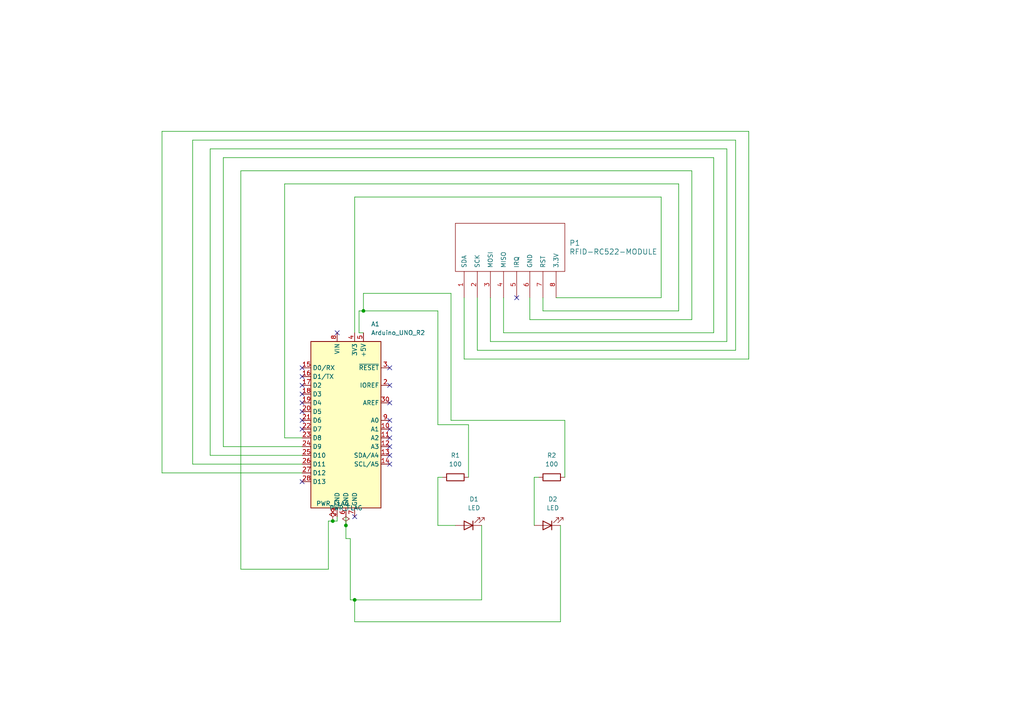
<source format=kicad_sch>
(kicad_sch (version 20230121) (generator eeschema)

  (uuid 7401ac93-d6c5-49b9-a265-070f0e9ef04e)

  (paper "A4")

  (lib_symbols
    (symbol "Device:LED" (pin_numbers hide) (pin_names (offset 1.016) hide) (in_bom yes) (on_board yes)
      (property "Reference" "D" (at 0 2.54 0)
        (effects (font (size 1.27 1.27)))
      )
      (property "Value" "LED" (at 0 -2.54 0)
        (effects (font (size 1.27 1.27)))
      )
      (property "Footprint" "" (at 0 0 0)
        (effects (font (size 1.27 1.27)) hide)
      )
      (property "Datasheet" "~" (at 0 0 0)
        (effects (font (size 1.27 1.27)) hide)
      )
      (property "ki_keywords" "LED diode" (at 0 0 0)
        (effects (font (size 1.27 1.27)) hide)
      )
      (property "ki_description" "Light emitting diode" (at 0 0 0)
        (effects (font (size 1.27 1.27)) hide)
      )
      (property "ki_fp_filters" "LED* LED_SMD:* LED_THT:*" (at 0 0 0)
        (effects (font (size 1.27 1.27)) hide)
      )
      (symbol "LED_0_1"
        (polyline
          (pts
            (xy -1.27 -1.27)
            (xy -1.27 1.27)
          )
          (stroke (width 0.254) (type default))
          (fill (type none))
        )
        (polyline
          (pts
            (xy -1.27 0)
            (xy 1.27 0)
          )
          (stroke (width 0) (type default))
          (fill (type none))
        )
        (polyline
          (pts
            (xy 1.27 -1.27)
            (xy 1.27 1.27)
            (xy -1.27 0)
            (xy 1.27 -1.27)
          )
          (stroke (width 0.254) (type default))
          (fill (type none))
        )
        (polyline
          (pts
            (xy -3.048 -0.762)
            (xy -4.572 -2.286)
            (xy -3.81 -2.286)
            (xy -4.572 -2.286)
            (xy -4.572 -1.524)
          )
          (stroke (width 0) (type default))
          (fill (type none))
        )
        (polyline
          (pts
            (xy -1.778 -0.762)
            (xy -3.302 -2.286)
            (xy -2.54 -2.286)
            (xy -3.302 -2.286)
            (xy -3.302 -1.524)
          )
          (stroke (width 0) (type default))
          (fill (type none))
        )
      )
      (symbol "LED_1_1"
        (pin passive line (at -3.81 0 0) (length 2.54)
          (name "K" (effects (font (size 1.27 1.27))))
          (number "1" (effects (font (size 1.27 1.27))))
        )
        (pin passive line (at 3.81 0 180) (length 2.54)
          (name "A" (effects (font (size 1.27 1.27))))
          (number "2" (effects (font (size 1.27 1.27))))
        )
      )
    )
    (symbol "Device:R" (pin_numbers hide) (pin_names (offset 0)) (in_bom yes) (on_board yes)
      (property "Reference" "R" (at 2.032 0 90)
        (effects (font (size 1.27 1.27)))
      )
      (property "Value" "R" (at 0 0 90)
        (effects (font (size 1.27 1.27)))
      )
      (property "Footprint" "" (at -1.778 0 90)
        (effects (font (size 1.27 1.27)) hide)
      )
      (property "Datasheet" "~" (at 0 0 0)
        (effects (font (size 1.27 1.27)) hide)
      )
      (property "ki_keywords" "R res resistor" (at 0 0 0)
        (effects (font (size 1.27 1.27)) hide)
      )
      (property "ki_description" "Resistor" (at 0 0 0)
        (effects (font (size 1.27 1.27)) hide)
      )
      (property "ki_fp_filters" "R_*" (at 0 0 0)
        (effects (font (size 1.27 1.27)) hide)
      )
      (symbol "R_0_1"
        (rectangle (start -1.016 -2.54) (end 1.016 2.54)
          (stroke (width 0.254) (type default))
          (fill (type none))
        )
      )
      (symbol "R_1_1"
        (pin passive line (at 0 3.81 270) (length 1.27)
          (name "~" (effects (font (size 1.27 1.27))))
          (number "1" (effects (font (size 1.27 1.27))))
        )
        (pin passive line (at 0 -3.81 90) (length 1.27)
          (name "~" (effects (font (size 1.27 1.27))))
          (number "2" (effects (font (size 1.27 1.27))))
        )
      )
    )
    (symbol "MCU_Module:Arduino_UNO_R2" (in_bom yes) (on_board yes)
      (property "Reference" "A" (at -10.16 23.495 0)
        (effects (font (size 1.27 1.27)) (justify left bottom))
      )
      (property "Value" "Arduino_UNO_R2" (at 5.08 -26.67 0)
        (effects (font (size 1.27 1.27)) (justify left top))
      )
      (property "Footprint" "Module:Arduino_UNO_R2" (at 0 0 0)
        (effects (font (size 1.27 1.27) italic) hide)
      )
      (property "Datasheet" "https://www.arduino.cc/en/Main/arduinoBoardUno" (at 0 0 0)
        (effects (font (size 1.27 1.27)) hide)
      )
      (property "ki_keywords" "Arduino UNO R3 Microcontroller Module Atmel AVR USB" (at 0 0 0)
        (effects (font (size 1.27 1.27)) hide)
      )
      (property "ki_description" "Arduino UNO Microcontroller Module, release 2" (at 0 0 0)
        (effects (font (size 1.27 1.27)) hide)
      )
      (property "ki_fp_filters" "Arduino*UNO*R2*" (at 0 0 0)
        (effects (font (size 1.27 1.27)) hide)
      )
      (symbol "Arduino_UNO_R2_0_1"
        (rectangle (start -10.16 22.86) (end 10.16 -25.4)
          (stroke (width 0.254) (type default))
          (fill (type background))
        )
      )
      (symbol "Arduino_UNO_R2_1_1"
        (pin no_connect line (at -10.16 -20.32 0) (length 2.54) hide
          (name "NC" (effects (font (size 1.27 1.27))))
          (number "1" (effects (font (size 1.27 1.27))))
        )
        (pin bidirectional line (at 12.7 -2.54 180) (length 2.54)
          (name "A1" (effects (font (size 1.27 1.27))))
          (number "10" (effects (font (size 1.27 1.27))))
        )
        (pin bidirectional line (at 12.7 -5.08 180) (length 2.54)
          (name "A2" (effects (font (size 1.27 1.27))))
          (number "11" (effects (font (size 1.27 1.27))))
        )
        (pin bidirectional line (at 12.7 -7.62 180) (length 2.54)
          (name "A3" (effects (font (size 1.27 1.27))))
          (number "12" (effects (font (size 1.27 1.27))))
        )
        (pin bidirectional line (at 12.7 -10.16 180) (length 2.54)
          (name "SDA/A4" (effects (font (size 1.27 1.27))))
          (number "13" (effects (font (size 1.27 1.27))))
        )
        (pin bidirectional line (at 12.7 -12.7 180) (length 2.54)
          (name "SCL/A5" (effects (font (size 1.27 1.27))))
          (number "14" (effects (font (size 1.27 1.27))))
        )
        (pin bidirectional line (at -12.7 15.24 0) (length 2.54)
          (name "D0/RX" (effects (font (size 1.27 1.27))))
          (number "15" (effects (font (size 1.27 1.27))))
        )
        (pin bidirectional line (at -12.7 12.7 0) (length 2.54)
          (name "D1/TX" (effects (font (size 1.27 1.27))))
          (number "16" (effects (font (size 1.27 1.27))))
        )
        (pin bidirectional line (at -12.7 10.16 0) (length 2.54)
          (name "D2" (effects (font (size 1.27 1.27))))
          (number "17" (effects (font (size 1.27 1.27))))
        )
        (pin bidirectional line (at -12.7 7.62 0) (length 2.54)
          (name "D3" (effects (font (size 1.27 1.27))))
          (number "18" (effects (font (size 1.27 1.27))))
        )
        (pin bidirectional line (at -12.7 5.08 0) (length 2.54)
          (name "D4" (effects (font (size 1.27 1.27))))
          (number "19" (effects (font (size 1.27 1.27))))
        )
        (pin output line (at 12.7 10.16 180) (length 2.54)
          (name "IOREF" (effects (font (size 1.27 1.27))))
          (number "2" (effects (font (size 1.27 1.27))))
        )
        (pin bidirectional line (at -12.7 2.54 0) (length 2.54)
          (name "D5" (effects (font (size 1.27 1.27))))
          (number "20" (effects (font (size 1.27 1.27))))
        )
        (pin bidirectional line (at -12.7 0 0) (length 2.54)
          (name "D6" (effects (font (size 1.27 1.27))))
          (number "21" (effects (font (size 1.27 1.27))))
        )
        (pin bidirectional line (at -12.7 -2.54 0) (length 2.54)
          (name "D7" (effects (font (size 1.27 1.27))))
          (number "22" (effects (font (size 1.27 1.27))))
        )
        (pin bidirectional line (at -12.7 -5.08 0) (length 2.54)
          (name "D8" (effects (font (size 1.27 1.27))))
          (number "23" (effects (font (size 1.27 1.27))))
        )
        (pin bidirectional line (at -12.7 -7.62 0) (length 2.54)
          (name "D9" (effects (font (size 1.27 1.27))))
          (number "24" (effects (font (size 1.27 1.27))))
        )
        (pin bidirectional line (at -12.7 -10.16 0) (length 2.54)
          (name "D10" (effects (font (size 1.27 1.27))))
          (number "25" (effects (font (size 1.27 1.27))))
        )
        (pin bidirectional line (at -12.7 -12.7 0) (length 2.54)
          (name "D11" (effects (font (size 1.27 1.27))))
          (number "26" (effects (font (size 1.27 1.27))))
        )
        (pin bidirectional line (at -12.7 -15.24 0) (length 2.54)
          (name "D12" (effects (font (size 1.27 1.27))))
          (number "27" (effects (font (size 1.27 1.27))))
        )
        (pin bidirectional line (at -12.7 -17.78 0) (length 2.54)
          (name "D13" (effects (font (size 1.27 1.27))))
          (number "28" (effects (font (size 1.27 1.27))))
        )
        (pin power_in line (at -2.54 -27.94 90) (length 2.54)
          (name "GND" (effects (font (size 1.27 1.27))))
          (number "29" (effects (font (size 1.27 1.27))))
        )
        (pin input line (at 12.7 15.24 180) (length 2.54)
          (name "~{RESET}" (effects (font (size 1.27 1.27))))
          (number "3" (effects (font (size 1.27 1.27))))
        )
        (pin input line (at 12.7 5.08 180) (length 2.54)
          (name "AREF" (effects (font (size 1.27 1.27))))
          (number "30" (effects (font (size 1.27 1.27))))
        )
        (pin power_out line (at 2.54 25.4 270) (length 2.54)
          (name "3V3" (effects (font (size 1.27 1.27))))
          (number "4" (effects (font (size 1.27 1.27))))
        )
        (pin power_out line (at 5.08 25.4 270) (length 2.54)
          (name "+5V" (effects (font (size 1.27 1.27))))
          (number "5" (effects (font (size 1.27 1.27))))
        )
        (pin power_in line (at 0 -27.94 90) (length 2.54)
          (name "GND" (effects (font (size 1.27 1.27))))
          (number "6" (effects (font (size 1.27 1.27))))
        )
        (pin power_in line (at 2.54 -27.94 90) (length 2.54)
          (name "GND" (effects (font (size 1.27 1.27))))
          (number "7" (effects (font (size 1.27 1.27))))
        )
        (pin power_in line (at -2.54 25.4 270) (length 2.54)
          (name "VIN" (effects (font (size 1.27 1.27))))
          (number "8" (effects (font (size 1.27 1.27))))
        )
        (pin bidirectional line (at 12.7 0 180) (length 2.54)
          (name "A0" (effects (font (size 1.27 1.27))))
          (number "9" (effects (font (size 1.27 1.27))))
        )
      )
    )
    (symbol "power:PWR_FLAG" (power) (pin_numbers hide) (pin_names (offset 0) hide) (in_bom yes) (on_board yes)
      (property "Reference" "#FLG" (at 0 1.905 0)
        (effects (font (size 1.27 1.27)) hide)
      )
      (property "Value" "PWR_FLAG" (at 0 3.81 0)
        (effects (font (size 1.27 1.27)))
      )
      (property "Footprint" "" (at 0 0 0)
        (effects (font (size 1.27 1.27)) hide)
      )
      (property "Datasheet" "~" (at 0 0 0)
        (effects (font (size 1.27 1.27)) hide)
      )
      (property "ki_keywords" "flag power" (at 0 0 0)
        (effects (font (size 1.27 1.27)) hide)
      )
      (property "ki_description" "Special symbol for telling ERC where power comes from" (at 0 0 0)
        (effects (font (size 1.27 1.27)) hide)
      )
      (symbol "PWR_FLAG_0_0"
        (pin power_out line (at 0 0 90) (length 0)
          (name "pwr" (effects (font (size 1.27 1.27))))
          (number "1" (effects (font (size 1.27 1.27))))
        )
      )
      (symbol "PWR_FLAG_0_1"
        (polyline
          (pts
            (xy 0 0)
            (xy 0 1.27)
            (xy -1.016 1.905)
            (xy 0 2.54)
            (xy 1.016 1.905)
            (xy 0 1.27)
          )
          (stroke (width 0) (type default))
          (fill (type none))
        )
      )
    )
    (symbol "rfid-rc522-module:RFID-RC522-MODULE" (pin_names (offset 1.016)) (in_bom yes) (on_board yes)
      (property "Reference" "P" (at 0 1.27 0)
        (effects (font (size 1.524 1.524)))
      )
      (property "Value" "RFID-RC522-MODULE" (at -1.27 3.81 0)
        (effects (font (size 1.524 1.524)))
      )
      (property "Footprint" "" (at 0 0 0)
        (effects (font (size 1.524 1.524)))
      )
      (property "Datasheet" "" (at 0 0 0)
        (effects (font (size 1.524 1.524)))
      )
      (symbol "RFID-RC522-MODULE_0_1"
        (rectangle (start -16.51 7.62) (end 15.24 -6.35)
          (stroke (width 0) (type solid))
          (fill (type none))
        )
      )
      (symbol "RFID-RC522-MODULE_1_1"
        (pin input line (at -13.97 -13.97 90) (length 7.62)
          (name "SDA" (effects (font (size 1.27 1.27))))
          (number "1" (effects (font (size 1.27 1.27))))
        )
        (pin input line (at -10.16 -13.97 90) (length 7.62)
          (name "SCK" (effects (font (size 1.27 1.27))))
          (number "2" (effects (font (size 1.27 1.27))))
        )
        (pin input line (at -6.35 -13.97 90) (length 7.62)
          (name "MOSI" (effects (font (size 1.27 1.27))))
          (number "3" (effects (font (size 1.27 1.27))))
        )
        (pin input line (at -2.54 -13.97 90) (length 7.62)
          (name "MISO" (effects (font (size 1.27 1.27))))
          (number "4" (effects (font (size 1.27 1.27))))
        )
        (pin input line (at 1.27 -13.97 90) (length 7.62)
          (name "IRQ" (effects (font (size 1.27 1.27))))
          (number "5" (effects (font (size 1.27 1.27))))
        )
        (pin input line (at 5.08 -13.97 90) (length 7.62)
          (name "GND" (effects (font (size 1.27 1.27))))
          (number "6" (effects (font (size 1.27 1.27))))
        )
        (pin input line (at 8.89 -13.97 90) (length 7.62)
          (name "RST" (effects (font (size 1.27 1.27))))
          (number "7" (effects (font (size 1.27 1.27))))
        )
        (pin input line (at 12.7 -13.97 90) (length 7.62)
          (name "3.3V" (effects (font (size 1.27 1.27))))
          (number "8" (effects (font (size 1.27 1.27))))
        )
      )
    )
  )

  (junction (at 102.87 173.99) (diameter 0) (color 0 0 0 0)
    (uuid 0fc70803-8f3f-453c-87ba-b0838d0d7c00)
  )
  (junction (at 105.41 90.17) (diameter 0) (color 0 0 0 0)
    (uuid 7820c61c-1a1e-422b-8fbe-803706a2e993)
  )
  (junction (at 96.52 151.13) (diameter 0) (color 0 0 0 0)
    (uuid aa14f71d-4ac5-4c30-b5b3-8d48fcf7994a)
  )
  (junction (at 100.33 152.4) (diameter 0) (color 0 0 0 0)
    (uuid e21ab1a4-c3ef-4399-94af-5f2b2e684c7b)
  )

  (no_connect (at 113.03 106.68) (uuid 211aab16-9699-4959-b214-707073e7b294))
  (no_connect (at 113.03 116.84) (uuid 2ca66a59-b9c0-41e2-8961-215c918858ec))
  (no_connect (at 113.03 134.62) (uuid 2df402ad-098c-4f62-bee5-9a136c6c648e))
  (no_connect (at 87.63 114.3) (uuid 484aa209-bc2e-46ff-9db8-4d9a444dc779))
  (no_connect (at 113.03 132.08) (uuid 57014273-fba0-4d4b-bedc-254921102193))
  (no_connect (at 113.03 111.76) (uuid 5e373a13-4ab0-4fd9-997e-dbb695e77a2c))
  (no_connect (at 113.03 129.54) (uuid 7072a99f-94e2-4105-a9be-9ae174d2955e))
  (no_connect (at 87.63 109.22) (uuid 75df106b-dc9b-4e6b-a269-f0527ce61d5f))
  (no_connect (at 87.63 124.46) (uuid 7e21bfc5-b546-4dc4-8cf2-cdca29a824b5))
  (no_connect (at 87.63 106.68) (uuid 7e565615-c609-4ce9-a485-3541e42f3968))
  (no_connect (at 149.86 86.36) (uuid 83ba8b35-6624-4380-82c8-7e61b09eb610))
  (no_connect (at 87.63 139.7) (uuid a7a930a2-4150-453b-b916-89e7a850847c))
  (no_connect (at 87.63 111.76) (uuid a7b1e476-19af-408c-abd3-9cd3d461ae7e))
  (no_connect (at 87.63 121.92) (uuid ad834844-b516-4342-8ef2-24df00783b78))
  (no_connect (at 113.03 124.46) (uuid b58d2349-c5ed-4a0b-9179-76998c9512d8))
  (no_connect (at 87.63 119.38) (uuid b7800e15-0664-4aa0-8370-a54d6312011b))
  (no_connect (at 113.03 121.92) (uuid ba01408f-45cc-4e13-93d8-c51f2b05bda9))
  (no_connect (at 87.63 116.84) (uuid c7c9462b-5e12-4e9d-a669-c230ada1eb6c))
  (no_connect (at 97.79 96.52) (uuid c84d6b88-6536-498e-8189-8f52c1a13e17))
  (no_connect (at 113.03 127) (uuid e790a700-ea2c-4c56-8604-a11f42102ba6))
  (no_connect (at 102.87 149.86) (uuid fd924362-5aef-4d4d-86f3-228e00c2cf6d))

  (wire (pts (xy 213.36 101.6) (xy 213.36 40.64))
    (stroke (width 0) (type default))
    (uuid 00129452-d2a9-42c4-a576-c7b5cb144fa2)
  )
  (wire (pts (xy 134.62 86.36) (xy 134.62 104.14))
    (stroke (width 0) (type default))
    (uuid 00a3468c-e55f-4048-bc54-2288569414aa)
  )
  (wire (pts (xy 60.96 132.08) (xy 87.63 132.08))
    (stroke (width 0) (type default))
    (uuid 014f3a10-88d2-43e0-b16b-1249884d2847)
  )
  (wire (pts (xy 153.67 86.36) (xy 153.67 92.71))
    (stroke (width 0) (type default))
    (uuid 0b4f8cef-dc09-4621-9a9e-ada2b2a1ab0c)
  )
  (wire (pts (xy 127 138.43) (xy 128.27 138.43))
    (stroke (width 0) (type default))
    (uuid 11e3552e-a1d0-4300-934c-37371e9a0f72)
  )
  (wire (pts (xy 163.83 138.43) (xy 163.83 121.92))
    (stroke (width 0) (type default))
    (uuid 11ead8f3-5fac-4d80-bf23-2c9e66f7c7b3)
  )
  (wire (pts (xy 55.88 40.64) (xy 55.88 134.62))
    (stroke (width 0) (type default))
    (uuid 2009006e-34d7-4445-9776-84b91f5f3718)
  )
  (wire (pts (xy 207.01 96.52) (xy 207.01 45.72))
    (stroke (width 0) (type default))
    (uuid 205d52ce-4fbb-4e81-8f32-ca2306c74c41)
  )
  (wire (pts (xy 55.88 134.62) (xy 87.63 134.62))
    (stroke (width 0) (type default))
    (uuid 205e3c15-bfdd-492d-9799-970ac2800ad4)
  )
  (wire (pts (xy 46.99 137.16) (xy 87.63 137.16))
    (stroke (width 0) (type default))
    (uuid 2308c701-dd91-4e59-9dc8-bb3e1c17d182)
  )
  (wire (pts (xy 46.99 38.1) (xy 46.99 137.16))
    (stroke (width 0) (type default))
    (uuid 294fa556-3920-4d91-8eae-61575adb7c72)
  )
  (wire (pts (xy 130.81 121.92) (xy 130.81 85.09))
    (stroke (width 0) (type default))
    (uuid 2e589b11-df8d-476b-beef-b222f3950d13)
  )
  (wire (pts (xy 138.43 101.6) (xy 213.36 101.6))
    (stroke (width 0) (type default))
    (uuid 3a4b3b5f-0a3e-451a-aa82-3422ea9ebbe2)
  )
  (wire (pts (xy 142.24 86.36) (xy 142.24 99.06))
    (stroke (width 0) (type default))
    (uuid 3b4e95bd-5be9-474f-a2d8-f8b5a5b61117)
  )
  (wire (pts (xy 82.55 127) (xy 87.63 127))
    (stroke (width 0) (type default))
    (uuid 3e0a5a69-13ab-49ee-b306-1c1fdd747955)
  )
  (wire (pts (xy 191.77 57.15) (xy 102.87 57.15))
    (stroke (width 0) (type default))
    (uuid 431cc371-4b7c-425b-bd8a-c10ec4e7d8ad)
  )
  (wire (pts (xy 97.79 151.13) (xy 97.79 149.86))
    (stroke (width 0) (type default))
    (uuid 44fbb857-11e3-4304-be38-db1784c2c879)
  )
  (wire (pts (xy 102.87 57.15) (xy 102.87 96.52))
    (stroke (width 0) (type default))
    (uuid 458d397a-7976-4173-b0b5-0605b5662fe7)
  )
  (wire (pts (xy 139.7 173.99) (xy 102.87 173.99))
    (stroke (width 0) (type default))
    (uuid 49fe6d3b-11dd-4271-9d3e-73b652139c9b)
  )
  (wire (pts (xy 127 152.4) (xy 127 138.43))
    (stroke (width 0) (type default))
    (uuid 4a47c9e5-0c4a-422d-aa6e-93950d2f6c39)
  )
  (wire (pts (xy 153.67 92.71) (xy 200.66 92.71))
    (stroke (width 0) (type default))
    (uuid 4f0d9661-4bb0-4e49-946f-6e8160b32477)
  )
  (wire (pts (xy 162.56 152.4) (xy 162.56 180.34))
    (stroke (width 0) (type default))
    (uuid 50fe55f9-0674-43db-8f31-ed64af881512)
  )
  (wire (pts (xy 69.85 49.53) (xy 69.85 165.1))
    (stroke (width 0) (type default))
    (uuid 5210f978-947f-4a9c-ae94-693228b87a00)
  )
  (wire (pts (xy 100.33 149.86) (xy 100.33 152.4))
    (stroke (width 0) (type default))
    (uuid 56288c68-2332-4e07-9413-ba3823074150)
  )
  (wire (pts (xy 142.24 99.06) (xy 210.82 99.06))
    (stroke (width 0) (type default))
    (uuid 5ed90d4e-880d-45fd-8e3d-6a3e5bcff2ae)
  )
  (wire (pts (xy 105.41 90.17) (xy 127 90.17))
    (stroke (width 0) (type default))
    (uuid 636ebc31-a947-4e39-9c39-4472dc8b0d43)
  )
  (wire (pts (xy 163.83 121.92) (xy 130.81 121.92))
    (stroke (width 0) (type default))
    (uuid 68b4dade-b5b3-47a2-86a1-02fe8d864523)
  )
  (wire (pts (xy 146.05 86.36) (xy 146.05 96.52))
    (stroke (width 0) (type default))
    (uuid 6c06e931-5ca8-41ac-bf2b-105706cbbbf5)
  )
  (wire (pts (xy 146.05 96.52) (xy 207.01 96.52))
    (stroke (width 0) (type default))
    (uuid 777ec5c2-df36-47a7-8aef-64005f5f26e9)
  )
  (wire (pts (xy 95.25 165.1) (xy 95.25 151.13))
    (stroke (width 0) (type default))
    (uuid 7bf7f9a4-4a8e-4195-8c82-bab4d0ab9e2d)
  )
  (wire (pts (xy 60.96 43.18) (xy 60.96 132.08))
    (stroke (width 0) (type default))
    (uuid 7d6ee3ae-d3e7-4cca-a701-f0573df22a97)
  )
  (wire (pts (xy 217.17 104.14) (xy 217.17 38.1))
    (stroke (width 0) (type default))
    (uuid 7daea5bc-ca06-41ed-8b32-11ead36f2fab)
  )
  (wire (pts (xy 200.66 49.53) (xy 69.85 49.53))
    (stroke (width 0) (type default))
    (uuid 7f14731a-4f01-4570-bd30-65a8db7036c5)
  )
  (wire (pts (xy 162.56 180.34) (xy 102.87 180.34))
    (stroke (width 0) (type default))
    (uuid 811f22f7-6163-4415-8768-86061b77176f)
  )
  (wire (pts (xy 210.82 99.06) (xy 210.82 43.18))
    (stroke (width 0) (type default))
    (uuid 81d0ec72-f66e-4cf2-9099-25bcca646584)
  )
  (wire (pts (xy 101.6 156.21) (xy 101.6 173.99))
    (stroke (width 0) (type default))
    (uuid 8d33b979-25e0-41c9-873f-48e6ee162bb9)
  )
  (wire (pts (xy 200.66 92.71) (xy 200.66 49.53))
    (stroke (width 0) (type default))
    (uuid 8ee06bd4-8ed5-4b4d-8ac4-2cf7281543a4)
  )
  (wire (pts (xy 100.33 152.4) (xy 100.33 156.21))
    (stroke (width 0) (type default))
    (uuid 93271933-e3ce-4289-977a-16d9104aa8e1)
  )
  (wire (pts (xy 138.43 86.36) (xy 138.43 101.6))
    (stroke (width 0) (type default))
    (uuid 9364ce5c-44eb-482f-ab97-cc08ea32e7fd)
  )
  (wire (pts (xy 105.41 85.09) (xy 105.41 90.17))
    (stroke (width 0) (type default))
    (uuid 97092cae-a89d-445f-b7c6-529929b5298f)
  )
  (wire (pts (xy 213.36 40.64) (xy 55.88 40.64))
    (stroke (width 0) (type default))
    (uuid 979a391d-9406-4539-a87a-2a93d1ca7c9a)
  )
  (wire (pts (xy 96.52 151.13) (xy 97.79 151.13))
    (stroke (width 0) (type default))
    (uuid 9ebce9c3-5f9c-442c-aa77-46f017ac780a)
  )
  (wire (pts (xy 130.81 85.09) (xy 105.41 85.09))
    (stroke (width 0) (type default))
    (uuid a311f9b5-c0a6-489a-8237-27691b89d6d7)
  )
  (wire (pts (xy 82.55 53.34) (xy 82.55 127))
    (stroke (width 0) (type default))
    (uuid a4e1bfb8-b059-4044-a27d-e5fed0c450f7)
  )
  (wire (pts (xy 210.82 43.18) (xy 60.96 43.18))
    (stroke (width 0) (type default))
    (uuid a9f83e0e-e086-47b9-a1ec-7fe822348806)
  )
  (wire (pts (xy 134.62 104.14) (xy 217.17 104.14))
    (stroke (width 0) (type default))
    (uuid acd7aa4b-07c4-44ea-a785-566e516b8517)
  )
  (wire (pts (xy 64.77 45.72) (xy 64.77 129.54))
    (stroke (width 0) (type default))
    (uuid ada2ddf6-9740-4536-ad4e-f0c888701fe0)
  )
  (wire (pts (xy 104.14 90.17) (xy 105.41 90.17))
    (stroke (width 0) (type default))
    (uuid b0939f99-7cbf-4451-af2b-ed529cae2654)
  )
  (wire (pts (xy 157.48 90.17) (xy 196.85 90.17))
    (stroke (width 0) (type default))
    (uuid b0d46a06-3217-43da-8322-47136e7a7f02)
  )
  (wire (pts (xy 154.94 138.43) (xy 156.21 138.43))
    (stroke (width 0) (type default))
    (uuid b1d3b2bb-e793-4259-93f6-09cbff5a82d3)
  )
  (wire (pts (xy 207.01 45.72) (xy 64.77 45.72))
    (stroke (width 0) (type default))
    (uuid b45840fb-8749-4e9c-8184-196a906187c8)
  )
  (wire (pts (xy 95.25 151.13) (xy 96.52 151.13))
    (stroke (width 0) (type default))
    (uuid b56d696e-6568-48b6-b90a-13a618560ad4)
  )
  (wire (pts (xy 102.87 180.34) (xy 102.87 173.99))
    (stroke (width 0) (type default))
    (uuid b6d2096f-b07c-4814-8008-8367b2d7b95a)
  )
  (wire (pts (xy 104.14 90.17) (xy 104.14 96.52))
    (stroke (width 0) (type default))
    (uuid b711df6a-66ab-4d29-9739-12904a881b07)
  )
  (wire (pts (xy 196.85 53.34) (xy 82.55 53.34))
    (stroke (width 0) (type default))
    (uuid bb26d76c-8ed3-4cec-aceb-80fbead72655)
  )
  (wire (pts (xy 104.14 96.52) (xy 105.41 96.52))
    (stroke (width 0) (type default))
    (uuid bb43d624-ca6e-4fe8-bb13-9c03ef3e49c6)
  )
  (wire (pts (xy 101.6 173.99) (xy 102.87 173.99))
    (stroke (width 0) (type default))
    (uuid bbd12b8c-e89d-4e19-a52b-c931b7ab00d9)
  )
  (wire (pts (xy 127 123.19) (xy 127 90.17))
    (stroke (width 0) (type default))
    (uuid bff2d3cd-4abd-4e40-887d-872c094d243b)
  )
  (wire (pts (xy 139.7 152.4) (xy 139.7 173.99))
    (stroke (width 0) (type default))
    (uuid c9097f7c-42c5-4b93-96fa-928ad371b4d5)
  )
  (wire (pts (xy 64.77 129.54) (xy 87.63 129.54))
    (stroke (width 0) (type default))
    (uuid cba803da-fb8b-4eb4-acd0-dcc9891ac8b8)
  )
  (wire (pts (xy 157.48 86.36) (xy 157.48 90.17))
    (stroke (width 0) (type default))
    (uuid d0e5812c-d385-4017-b719-bee234754110)
  )
  (wire (pts (xy 132.08 152.4) (xy 127 152.4))
    (stroke (width 0) (type default))
    (uuid e1c523f6-8062-452a-aaf1-4f68cefae2f8)
  )
  (wire (pts (xy 135.89 138.43) (xy 135.89 123.19))
    (stroke (width 0) (type default))
    (uuid e398432e-ddf5-48ba-9dda-8efa1b163c03)
  )
  (wire (pts (xy 191.77 86.36) (xy 191.77 57.15))
    (stroke (width 0) (type default))
    (uuid e62f8124-9bd2-4f35-9b99-198c39be615f)
  )
  (wire (pts (xy 196.85 90.17) (xy 196.85 53.34))
    (stroke (width 0) (type default))
    (uuid e8135f15-b781-468b-a75b-723d370fde23)
  )
  (wire (pts (xy 135.89 123.19) (xy 127 123.19))
    (stroke (width 0) (type default))
    (uuid ea3650da-4e1d-4447-a8f5-3beff4ab98d5)
  )
  (wire (pts (xy 69.85 165.1) (xy 95.25 165.1))
    (stroke (width 0) (type default))
    (uuid eb1617df-0aa7-4ce8-8c0e-0c22d28c01fe)
  )
  (wire (pts (xy 154.94 152.4) (xy 154.94 138.43))
    (stroke (width 0) (type default))
    (uuid efe1a9b4-d658-4fdf-b9e1-a30b9f4596fe)
  )
  (wire (pts (xy 161.29 86.36) (xy 191.77 86.36))
    (stroke (width 0) (type default))
    (uuid f3a9b605-c835-4c60-967a-87d6581497d8)
  )
  (wire (pts (xy 100.33 156.21) (xy 101.6 156.21))
    (stroke (width 0) (type default))
    (uuid f4607b16-0b06-481c-9514-00b2cd11b1a9)
  )
  (wire (pts (xy 217.17 38.1) (xy 46.99 38.1))
    (stroke (width 0) (type default))
    (uuid f92b9ce2-9545-4e77-bb91-3a08194cc295)
  )

  (symbol (lib_id "power:PWR_FLAG") (at 100.33 152.4 0) (unit 1)
    (in_bom yes) (on_board yes) (dnp no) (fields_autoplaced)
    (uuid 06f1b180-8217-4c83-98a5-9053d4a8b623)
    (property "Reference" "#FLG02" (at 100.33 150.495 0)
      (effects (font (size 1.27 1.27)) hide)
    )
    (property "Value" "PWR_FLAG" (at 100.33 147.32 0)
      (effects (font (size 1.27 1.27)))
    )
    (property "Footprint" "" (at 100.33 152.4 0)
      (effects (font (size 1.27 1.27)) hide)
    )
    (property "Datasheet" "~" (at 100.33 152.4 0)
      (effects (font (size 1.27 1.27)) hide)
    )
    (pin "1" (uuid ada5be30-1650-4c4d-95d2-df67660569fc))
    (instances
      (project "a new"
        (path "/7401ac93-d6c5-49b9-a265-070f0e9ef04e"
          (reference "#FLG02") (unit 1)
        )
      )
    )
  )

  (symbol (lib_id "Device:LED") (at 135.89 152.4 180) (unit 1)
    (in_bom yes) (on_board yes) (dnp no) (fields_autoplaced)
    (uuid 23bb756e-dedf-4d19-aa65-1457ab5ee791)
    (property "Reference" "D1" (at 137.4775 144.78 0)
      (effects (font (size 1.27 1.27)))
    )
    (property "Value" "LED" (at 137.4775 147.32 0)
      (effects (font (size 1.27 1.27)))
    )
    (property "Footprint" "LED_THT:LED_D5.0mm" (at 135.89 152.4 0)
      (effects (font (size 1.27 1.27)) hide)
    )
    (property "Datasheet" "~" (at 135.89 152.4 0)
      (effects (font (size 1.27 1.27)) hide)
    )
    (pin "1" (uuid 4bf697ad-e925-4746-ab3b-7211b68d9a62))
    (pin "2" (uuid 13f26526-c5f3-4405-ad2f-8de5e24fb5e8))
    (instances
      (project "a new"
        (path "/7401ac93-d6c5-49b9-a265-070f0e9ef04e"
          (reference "D1") (unit 1)
        )
      )
    )
  )

  (symbol (lib_id "Device:R") (at 160.02 138.43 90) (unit 1)
    (in_bom yes) (on_board yes) (dnp no) (fields_autoplaced)
    (uuid 4cbb8320-9984-40bf-b963-d2dec25c7dee)
    (property "Reference" "R2" (at 160.02 132.08 90)
      (effects (font (size 1.27 1.27)))
    )
    (property "Value" "100" (at 160.02 134.62 90)
      (effects (font (size 1.27 1.27)))
    )
    (property "Footprint" "Resistor_THT:R_Axial_DIN0207_L6.3mm_D2.5mm_P15.24mm_Horizontal" (at 160.02 140.208 90)
      (effects (font (size 1.27 1.27)) hide)
    )
    (property "Datasheet" "~" (at 160.02 138.43 0)
      (effects (font (size 1.27 1.27)) hide)
    )
    (pin "1" (uuid 51e61933-b82d-4566-af53-3a06c7cf0135))
    (pin "2" (uuid 8ddd4967-5942-4e6b-a1b0-70702ed36fda))
    (instances
      (project "a new"
        (path "/7401ac93-d6c5-49b9-a265-070f0e9ef04e"
          (reference "R2") (unit 1)
        )
      )
    )
  )

  (symbol (lib_id "rfid-rc522-module:RFID-RC522-MODULE") (at 148.59 72.39 0) (unit 1)
    (in_bom yes) (on_board yes) (dnp no) (fields_autoplaced)
    (uuid 77225a7d-a3ff-4ac1-b7d4-0c526600ddc0)
    (property "Reference" "P1" (at 165.1 70.485 0)
      (effects (font (size 1.524 1.524)) (justify left))
    )
    (property "Value" "RFID-RC522-MODULE" (at 165.1 73.025 0)
      (effects (font (size 1.524 1.524)) (justify left))
    )
    (property "Footprint" "RFID-RC522:RFID-RC522" (at 148.59 72.39 0)
      (effects (font (size 1.524 1.524)) hide)
    )
    (property "Datasheet" "" (at 148.59 72.39 0)
      (effects (font (size 1.524 1.524)))
    )
    (pin "1" (uuid 411a044f-e95a-4047-95f0-cba167972cea))
    (pin "2" (uuid 39a7a018-ae89-4a80-9ef2-d050e42762a7))
    (pin "3" (uuid e482a2fd-d50d-4943-8c40-49aef09aa4d3))
    (pin "4" (uuid 2bd75b30-c9e3-4b03-8e0d-e1ffc43452cc))
    (pin "5" (uuid f04e8426-6225-428f-9fad-fd59a892f3ed))
    (pin "6" (uuid 41c01946-0a56-4fbf-a2c3-e3706a488a12))
    (pin "7" (uuid 2d91fa3e-12c8-4fdc-ad72-b0dafc497236))
    (pin "8" (uuid 4f5e5815-ff1b-48a6-98e3-6a2af9c9c913))
    (instances
      (project "a new"
        (path "/7401ac93-d6c5-49b9-a265-070f0e9ef04e"
          (reference "P1") (unit 1)
        )
      )
    )
  )

  (symbol (lib_id "Device:LED") (at 158.75 152.4 180) (unit 1)
    (in_bom yes) (on_board yes) (dnp no) (fields_autoplaced)
    (uuid 83198ead-c60e-4de8-bf3b-355a653e4c64)
    (property "Reference" "D2" (at 160.3375 144.78 0)
      (effects (font (size 1.27 1.27)))
    )
    (property "Value" "LED" (at 160.3375 147.32 0)
      (effects (font (size 1.27 1.27)))
    )
    (property "Footprint" "LED_THT:LED_D5.0mm" (at 158.75 152.4 0)
      (effects (font (size 1.27 1.27)) hide)
    )
    (property "Datasheet" "~" (at 158.75 152.4 0)
      (effects (font (size 1.27 1.27)) hide)
    )
    (pin "1" (uuid 93b719ce-8a1b-48d9-bda9-dbddfff25770))
    (pin "2" (uuid 7cd46275-7912-4cb9-93a5-4040b47f4a93))
    (instances
      (project "a new"
        (path "/7401ac93-d6c5-49b9-a265-070f0e9ef04e"
          (reference "D2") (unit 1)
        )
      )
    )
  )

  (symbol (lib_id "power:PWR_FLAG") (at 96.52 151.13 0) (unit 1)
    (in_bom yes) (on_board yes) (dnp no) (fields_autoplaced)
    (uuid b41f53d7-de63-4068-b38d-0263ab4bc08f)
    (property "Reference" "#FLG01" (at 96.52 149.225 0)
      (effects (font (size 1.27 1.27)) hide)
    )
    (property "Value" "PWR_FLAG" (at 96.52 146.05 0)
      (effects (font (size 1.27 1.27)))
    )
    (property "Footprint" "" (at 96.52 151.13 0)
      (effects (font (size 1.27 1.27)) hide)
    )
    (property "Datasheet" "~" (at 96.52 151.13 0)
      (effects (font (size 1.27 1.27)) hide)
    )
    (pin "1" (uuid 9e93dcbe-e4fb-4f98-9ef6-6b498eb7f2f4))
    (instances
      (project "a new"
        (path "/7401ac93-d6c5-49b9-a265-070f0e9ef04e"
          (reference "#FLG01") (unit 1)
        )
      )
    )
  )

  (symbol (lib_id "Device:R") (at 132.08 138.43 270) (unit 1)
    (in_bom yes) (on_board yes) (dnp no) (fields_autoplaced)
    (uuid dba52124-b396-4792-b128-a7edb76c5514)
    (property "Reference" "R1" (at 132.08 132.08 90)
      (effects (font (size 1.27 1.27)))
    )
    (property "Value" "100" (at 132.08 134.62 90)
      (effects (font (size 1.27 1.27)))
    )
    (property "Footprint" "Resistor_THT:R_Axial_DIN0207_L6.3mm_D2.5mm_P15.24mm_Horizontal" (at 132.08 136.652 90)
      (effects (font (size 1.27 1.27)) hide)
    )
    (property "Datasheet" "~" (at 132.08 138.43 0)
      (effects (font (size 1.27 1.27)) hide)
    )
    (pin "1" (uuid dc596f8b-357c-464b-9ee7-adef848cd5c4))
    (pin "2" (uuid 3c6761be-9a0e-4da6-bdc2-f32b1ef8a2bf))
    (instances
      (project "a new"
        (path "/7401ac93-d6c5-49b9-a265-070f0e9ef04e"
          (reference "R1") (unit 1)
        )
      )
    )
  )

  (symbol (lib_id "MCU_Module:Arduino_UNO_R2") (at 100.33 121.92 0) (unit 1)
    (in_bom yes) (on_board yes) (dnp no) (fields_autoplaced)
    (uuid de1c9dc7-7686-4d53-880d-30dcc4b71533)
    (property "Reference" "A1" (at 107.6041 93.98 0)
      (effects (font (size 1.27 1.27)) (justify left))
    )
    (property "Value" "Arduino_UNO_R2" (at 107.6041 96.52 0)
      (effects (font (size 1.27 1.27)) (justify left))
    )
    (property "Footprint" "Module:Arduino_UNO_R2" (at 100.33 121.92 0)
      (effects (font (size 1.27 1.27) italic) hide)
    )
    (property "Datasheet" "https://www.arduino.cc/en/Main/arduinoBoardUno" (at 100.33 121.92 0)
      (effects (font (size 1.27 1.27)) hide)
    )
    (pin "1" (uuid 8aadc00e-56dc-4b9b-b809-bcd8da7b9e1b))
    (pin "10" (uuid 2b403946-8ced-48b1-a83a-7311acd7ab93))
    (pin "11" (uuid b0871cb2-6771-4aaf-9479-737c14609509))
    (pin "12" (uuid b88361b6-c2b9-4f1f-9369-968467a1e5cd))
    (pin "13" (uuid 064555bc-5c01-4e82-b28b-f1d25f8bc316))
    (pin "14" (uuid 35a4ddc1-ea5c-48ce-a79c-6859128a710e))
    (pin "15" (uuid 7dfeaa5b-5cfe-4555-bf6b-e87e7743c6d8))
    (pin "16" (uuid 5ab483d4-e237-422a-b2e6-f5bf47b246b7))
    (pin "17" (uuid 5ed00d46-81a5-4f62-a29c-ea64197f1aaa))
    (pin "18" (uuid 5e70c495-e45e-4a1f-bd17-e8de887acab8))
    (pin "19" (uuid 59c11e60-b1b5-4f80-b1ce-86ff6267959b))
    (pin "2" (uuid 9e911ad7-4c19-4cc2-9161-a04ef66f6299))
    (pin "20" (uuid 6a981f12-bef0-4ac1-a0aa-3e927559d91f))
    (pin "21" (uuid f92dccee-76dc-4ace-b197-44c1bdb13b4a))
    (pin "22" (uuid 26eaead5-c92d-4da7-b035-624ad9c0855c))
    (pin "23" (uuid 27d5dda4-9ba4-4de4-ba64-be8014f4d4c9))
    (pin "24" (uuid 82d2d8b2-032b-4887-846e-b3588ce009d9))
    (pin "25" (uuid a21eb2d4-7631-4cee-a98e-6e3eac4ceffc))
    (pin "26" (uuid eed1a130-5099-4d1b-9b53-195596131584))
    (pin "27" (uuid be792bd2-10e8-45cc-874a-5d08b01e3f55))
    (pin "28" (uuid 971ff7f0-ce55-4817-ba87-f7f61ebcf5d0))
    (pin "29" (uuid bd88d908-f383-4100-b213-536b0228c952))
    (pin "3" (uuid 167cee09-395b-4d07-8118-75d9204267c6))
    (pin "30" (uuid 09824c96-d29d-4e6a-aee6-1c26e28f69e2))
    (pin "4" (uuid 96743f2e-6750-432e-9f31-0af24cf57847))
    (pin "5" (uuid a165c08a-a4db-4900-b7a6-77fbad2d0b55))
    (pin "6" (uuid 0b5217ee-cf28-4772-85ce-5cf1304b9fa5))
    (pin "7" (uuid 2a87de2f-9a4f-43e8-a3e2-232af6b35006))
    (pin "8" (uuid 088f911d-a890-46f1-a6f9-e32fbd51ba28))
    (pin "9" (uuid 55ad9673-f9d0-4d06-a6ac-35a06abd0e86))
    (instances
      (project "a new"
        (path "/7401ac93-d6c5-49b9-a265-070f0e9ef04e"
          (reference "A1") (unit 1)
        )
      )
    )
  )

  (sheet_instances
    (path "/" (page "1"))
  )
)

</source>
